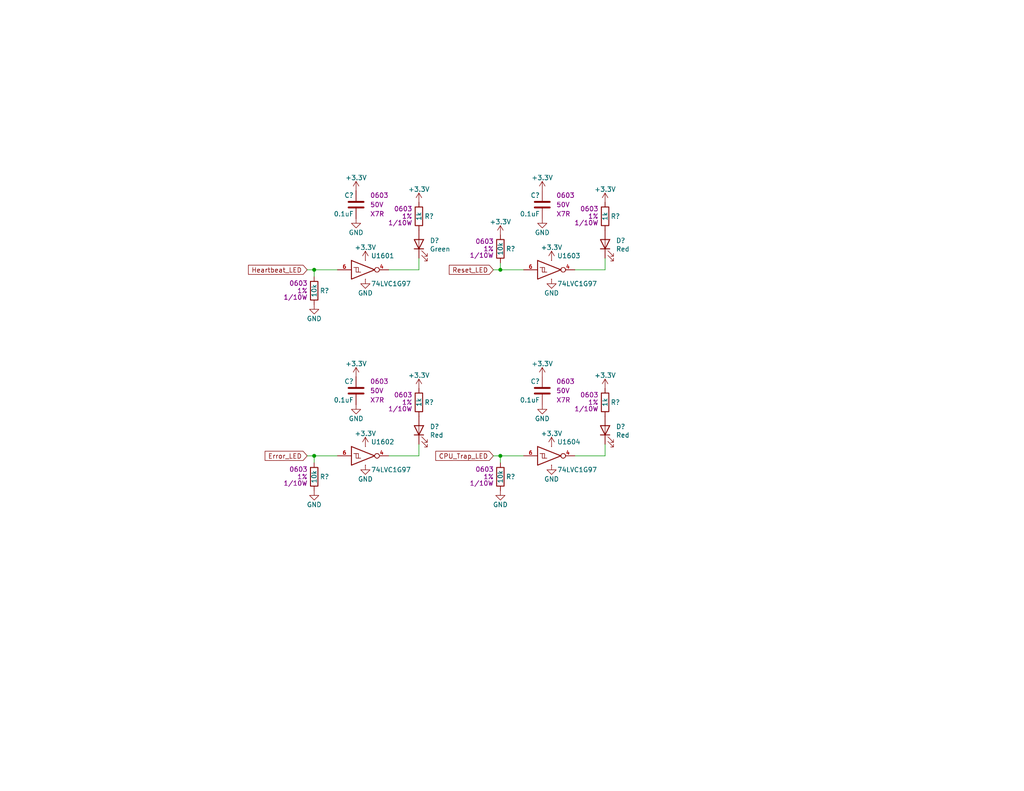
<source format=kicad_sch>
(kicad_sch (version 20230121) (generator eeschema)
  (paper "A")
  (title_block (date "2023-05-12") (rev "PRELIM") (company "Drew Maatman"))
  (lib_symbols
    (symbol "Custom Library:74LVC1G97_Power_NOT" (pin_names (offset 1.016) hide)
      (property "Reference" "U" (at 1.524 3.81 0))
      (property "Value" "74LVC1G97_Power_NOT" (at 1.524 -3.81 0))
      (symbol "74LVC1G97_Power_NOT_1_1"
        (polyline (pts (xy -2.54 0.635) (xy -1.905 0.635) (xy -1.905 -0.635)))
        (polyline (pts (xy -3.81 2.54) (xy -3.81 -2.54) (xy 2.54 0) (xy -3.81 2.54)) (stroke (width 0.254)))
        (polyline (pts (xy -3.175 0.635) (xy -2.54 0.635) (xy -2.54 -0.635) (xy -1.27 -0.635)))
        (pin power_in line (at 0 2.54 90) (length 0) (name "VCC") (number "1"))
        (pin power_in line (at 0 -2.54 270) (length 0) (name "GND") (number "2"))
        (pin power_in line (at 0 -2.54 270) (length 0) (name "GND") (number "3"))
        (pin output inverted (at 6.35 0 180) (length 3.81) (name "~") (number "4"))
        (pin power_in line (at 0 2.54 90) (length 0) (name "VCC") (number "5"))
        (pin input line (at -7.62 0 0) (length 3.81) (name "~") (number "6"))
      )
    )
    (symbol "Custom_Library:C_Custom" (pin_numbers hide) (pin_names (offset 0.254))
      (property "Reference" "C" (at 0.635 2.54 0))
      (property "Value" "Custom_Library_C_Custom" (at 0.635 -2.54 0))
      (property "display_footprint" "Foot" (at -3.81 2.54 0))
      (property "Voltage" "V" (at -3.81 0 0))
      (property "Dielectric" "Er" (at -3.81 -2.54 0))
      (symbol "C_Custom_0_1"
        (polyline (pts (xy -2.032 -0.762) (xy 2.032 -0.762)) (stroke (width 0.508)))
        (polyline (pts (xy -2.032 0.762) (xy 2.032 0.762)) (stroke (width 0.508)))
      )
      (symbol "C_Custom_1_1"
        (pin passive line (at 0 3.81 270) (length 2.794) (name "~") (number "1"))
        (pin passive line (at 0 -3.81 90) (length 2.794) (name "~") (number "2"))
      )
    )
    (symbol "Custom_Library:R_Custom" (pin_numbers hide) (pin_names (offset 1.016) hide)
      (property "Reference" "R" (at -2.54 0 90))
      (property "Value" "Custom_Library_R_Custom" (at 0 0 90))
      (property "display_footprint" "Foot" (at 2.54 0 90))
      (property "Tolerance" "Tol" (at 5.08 0 90))
      (property "Wattage" "W" (at 7.62 0 90))
      (symbol "R_Custom_0_1"
        (rectangle (start 1.016 2.54) (end -1.016 -2.54) (stroke (width 0.254)))
      )
      (symbol "R_Custom_1_1"
        (pin passive line (at 0 3.81 270) (length 1.27) (name "1") (number "1"))
        (pin passive line (at 0 -3.81 90) (length 1.27) (name "2") (number "2"))
      )
    )
    (symbol "Device:LED" (pin_numbers hide) (pin_names (offset 1.016) hide)
      (property "Reference" "D" (at 0 2.54 0))
      (property "Value" "LED" (at 0 -2.54 0))
      (symbol "LED_0_1"
        (polyline (pts (xy -1.27 -1.27) (xy -1.27 1.27)) (stroke (width 0.254)))
        (polyline (pts (xy -1.27 0) (xy 1.27 0)))
        (polyline (pts (xy 1.27 -1.27) (xy 1.27 1.27) (xy -1.27 0) (xy 1.27 -1.27)) (stroke (width 0.254)))
        (polyline (pts (xy -3.048 -0.762) (xy -4.572 -2.286) (xy -3.81 -2.286) (xy -4.572 -2.286) (xy -4.572 -1.524)))
        (polyline (pts (xy -1.778 -0.762) (xy -3.302 -2.286) (xy -2.54 -2.286) (xy -3.302 -2.286) (xy -3.302 -1.524)))
      )
      (symbol "LED_1_1"
        (pin passive line (at -3.81 0 0) (length 2.54) (name "K") (number "1"))
        (pin passive line (at 3.81 0 180) (length 2.54) (name "A") (number "2"))
      )
    )
    (symbol "power:+3.3V" (power) (pin_names (offset 0))
      (property "Value" "+3.3V" (at 0 3.556 0))
      (symbol "+3.3V_0_1"
        (polyline (pts (xy -0.762 1.27) (xy 0 2.54)))
        (polyline (pts (xy 0 0) (xy 0 2.54)))
        (polyline (pts (xy 0 2.54) (xy 0.762 1.27)))
      )
      (symbol "+3.3V_1_1"
        (pin power_in line (at 0 0 90) (length 0) hide (name "+3.3V") (number "1"))
      )
    )
    (symbol "power:GND" (power) (pin_names (offset 0))
      (property "Value" "GND" (at 0 -3.81 0))
      (symbol "GND_0_1"
        (polyline (pts (xy 0 0) (xy 0 -1.27) (xy 1.27 -1.27) (xy 0 -2.54) (xy -1.27 -1.27) (xy 0 -1.27)))
      )
      (symbol "GND_1_1"
        (pin power_in line (at 0 0 270) (length 0) hide (name "GND") (number "1"))
      )
    )
  )
  (junction (at 85.725 124.46))
  (junction (at 85.725 73.66))
  (junction (at 136.525 124.46))
  (junction (at 136.525 73.66))
  (wire (pts (xy 156.845 124.46) (xy 165.1 124.46)))
  (wire (pts (xy 92.075 73.66) (xy 85.725 73.66)))
  (wire (pts (xy 114.3 73.66) (xy 114.3 70.485)))
  (wire (pts (xy 134.62 73.66) (xy 136.525 73.66)))
  (wire (pts (xy 136.525 71.755) (xy 136.525 73.66)))
  (wire (pts (xy 114.3 124.46) (xy 114.3 121.285)))
  (wire (pts (xy 134.62 124.46) (xy 136.525 124.46)))
  (wire (pts (xy 83.82 73.66) (xy 85.725 73.66)))
  (wire (pts (xy 165.1 73.66) (xy 165.1 70.485)))
  (wire (pts (xy 83.82 124.46) (xy 85.725 124.46)))
  (wire (pts (xy 92.075 124.46) (xy 85.725 124.46)))
  (wire (pts (xy 85.725 73.66) (xy 85.725 75.565)))
  (wire (pts (xy 156.845 73.66) (xy 165.1 73.66)))
  (wire (pts (xy 106.045 124.46) (xy 114.3 124.46)))
  (wire (pts (xy 142.875 124.46) (xy 136.525 124.46)))
  (wire (pts (xy 136.525 124.46) (xy 136.525 126.365)))
  (wire (pts (xy 85.725 124.46) (xy 85.725 126.365)))
  (wire (pts (xy 106.045 73.66) (xy 114.3 73.66)))
  (wire (pts (xy 165.1 124.46) (xy 165.1 121.285)))
  (wire (pts (xy 136.525 73.66) (xy 142.875 73.66)))
  (global_label "Reset_LED" (shape input) (at 134.62 73.66 180) (property "Intersheetrefs" "${INTERSHEET_REFS}" (effects hide)))
  (global_label "Heartbeat_LED" (shape input) (at 83.82 73.66 180) (property "Intersheetrefs" "${INTERSHEET_REFS}" (effects hide)))
  (global_label "Error_LED" (shape input) (at 83.82 124.46 180) (property "Intersheetrefs" "${INTERSHEET_REFS}" (effects hide)))
  (global_label "CPU_Trap_LED" (shape input) (at 134.62 124.46 180) (property "Intersheetrefs" "${INTERSHEET_REFS}" (effects hide)))
  (symbol (lib_id "power:+3.3V") (at 97.155 102.87 0) (unit 1)
    (property "Reference" "#PWR?" (effects hide))
    (property "Value" "+3.3V" (at 97.155 99.314 0))
    (instances (project "Analog_Clock" (path "" (reference "#PWR?") (unit 1))) (project "Nixie_Clock_Core" (path "" (reference "#PWR01605") (unit 1))))
  )
  (symbol (lib_id "Custom_Library:R_Custom") (at 165.1 59.055 0) (mirror y) (unit 1)
    (property "Reference" "R?" (at 166.624 59.055 0) (effects (justify right)))
    (property "Value" "1k" (at 165.1 59.055 90))
    (property "Footprint" "Resistors_SMD:R_0603" (effects hide))
    (property "display_footprint" "0603" (at 163.322 57.023 0) (effects (justify left)))
    (property "Tolerance" "1%" (at 163.322 59.055 0) (effects (justify left)))
    (property "Wattage" "1/10W" (at 163.322 60.833 0) (effects (justify left)))
    (instances (project "Analog_Clock" (path "" (reference "R?") (unit 1)) (path "" (reference "R?") (unit 1)) (path "" (reference "R?") (unit 1)) (path "" (reference "R?") (unit 1)) (path "" (reference "R?") (unit 1)) (path "" (reference "R?") (unit 1)) (path "" (reference "R?") (unit 1)) (path "" (reference "R?") (unit 1))) (project "Nixie_Clock_Core" (path "" (reference "R1607") (unit 1))))
  )
  (symbol (lib_id "Custom Library:74LVC1G97_Power_NOT") (at 99.695 73.66 0) (unit 1)
    (property "Reference" "U1601" (at 101.219 69.85 0) (effects (justify left)))
    (property "Value" "74LVC1G97" (at 101.219 77.47 0) (effects (justify left)))
    (property "Footprint" "Package_TO_SOT_SMD:SOT-363_SC-70-6" (effects hide))
    (property "Datasheet" "http://www.ti.com/lit/ds/symlink/sn74lvc1g97.pdf" (effects hide))
  )
  (symbol (lib_id "power:GND") (at 136.525 133.985 0) (unit 1)
    (property "Reference" "#PWR?" (effects hide))
    (property "Value" "GND" (at 136.525 137.795 0))
    (instances (project "Analog_Clock" (path "" (reference "#PWR?") (unit 1))) (project "Nixie_Clock_Core" (path "" (reference "#PWR01614") (unit 1))))
  )
  (symbol (lib_id "Custom_Library:R_Custom") (at 85.725 79.375 0) (mirror y) (unit 1)
    (property "Reference" "R?" (at 87.249 79.375 0) (effects (justify right)))
    (property "Value" "10k" (at 85.725 79.375 90))
    (property "Footprint" "Resistors_SMD:R_0603" (effects hide))
    (property "display_footprint" "0603" (at 83.947 77.343 0) (effects (justify left)))
    (property "Tolerance" "1%" (at 83.947 79.375 0) (effects (justify left)))
    (property "Wattage" "1/10W" (at 83.947 81.153 0) (effects (justify left)))
    (instances (project "Analog_Clock" (path "" (reference "R?") (unit 1)) (path "" (reference "R?") (unit 1)) (path "" (reference "R?") (unit 1)) (path "" (reference "R?") (unit 1)) (path "" (reference "R?") (unit 1)) (path "" (reference "R?") (unit 1)) (path "" (reference "R?") (unit 1)) (path "" (reference "R?") (unit 1))) (project "Nixie_Clock_Core" (path "" (reference "R1601") (unit 1))))
  )
  (symbol (lib_id "power:+3.3V") (at 99.695 71.12 0) (unit 1)
    (property "Reference" "#PWR?" (effects hide))
    (property "Value" "+3.3V" (at 99.695 67.564 0))
    (instances (project "Analog_Clock" (path "" (reference "#PWR?") (unit 1))) (project "Nixie_Clock_Core" (path "" (reference "#PWR01607") (unit 1))))
  )
  (symbol (lib_id "power:+3.3V") (at 150.495 71.12 0) (unit 1)
    (property "Reference" "#PWR?" (effects hide))
    (property "Value" "+3.3V" (at 150.495 67.564 0))
    (instances (project "Analog_Clock" (path "" (reference "#PWR?") (unit 1))) (project "Nixie_Clock_Core" (path "" (reference "#PWR01619") (unit 1))))
  )
  (symbol (lib_id "power:GND") (at 85.725 133.985 0) (unit 1)
    (property "Reference" "#PWR?" (effects hide))
    (property "Value" "GND" (at 85.725 137.795 0))
    (instances (project "Analog_Clock" (path "" (reference "#PWR?") (unit 1))) (project "Nixie_Clock_Core" (path "" (reference "#PWR01602") (unit 1))))
  )
  (symbol (lib_id "Custom Library:74LVC1G97_Power_NOT") (at 150.495 124.46 0) (unit 1)
    (property "Reference" "U1604" (at 152.019 120.65 0) (effects (justify left)))
    (property "Value" "74LVC1G97" (at 152.019 128.27 0) (effects (justify left)))
    (property "Footprint" "Package_TO_SOT_SMD:SOT-363_SC-70-6" (effects hide))
    (property "Datasheet" "http://www.ti.com/lit/ds/symlink/sn74lvc1g97.pdf" (effects hide))
  )
  (symbol (lib_id "power:+3.3V") (at 165.1 106.045 0) (unit 1)
    (property "Reference" "#PWR?" (effects hide))
    (property "Value" "+3.3V" (at 165.1 102.489 0))
    (instances (project "Analog_Clock" (path "" (reference "#PWR?") (unit 1))) (project "Nixie_Clock_Core" (path "" (reference "#PWR01624") (unit 1))))
  )
  (symbol (lib_id "Custom_Library:R_Custom") (at 136.525 130.175 0) (mirror y) (unit 1)
    (property "Reference" "R?" (at 138.049 130.175 0) (effects (justify right)))
    (property "Value" "10k" (at 136.525 130.175 90))
    (property "Footprint" "Resistors_SMD:R_0603" (effects hide))
    (property "display_footprint" "0603" (at 134.747 128.143 0) (effects (justify left)))
    (property "Tolerance" "1%" (at 134.747 130.175 0) (effects (justify left)))
    (property "Wattage" "1/10W" (at 134.747 131.953 0) (effects (justify left)))
    (instances (project "Analog_Clock" (path "" (reference "R?") (unit 1)) (path "" (reference "R?") (unit 1)) (path "" (reference "R?") (unit 1)) (path "" (reference "R?") (unit 1)) (path "" (reference "R?") (unit 1)) (path "" (reference "R?") (unit 1)) (path "" (reference "R?") (unit 1)) (path "" (reference "R?") (unit 1))) (project "Nixie_Clock_Core" (path "" (reference "R1606") (unit 1))))
  )
  (symbol (lib_id "Custom_Library:R_Custom") (at 165.1 109.855 0) (mirror y) (unit 1)
    (property "Reference" "R?" (at 166.624 109.855 0) (effects (justify right)))
    (property "Value" "1k" (at 165.1 109.855 90))
    (property "Footprint" "Resistors_SMD:R_0603" (effects hide))
    (property "display_footprint" "0603" (at 163.322 107.823 0) (effects (justify left)))
    (property "Tolerance" "1%" (at 163.322 109.855 0) (effects (justify left)))
    (property "Wattage" "1/10W" (at 163.322 111.633 0) (effects (justify left)))
    (instances (project "Analog_Clock" (path "" (reference "R?") (unit 1)) (path "" (reference "R?") (unit 1)) (path "" (reference "R?") (unit 1)) (path "" (reference "R?") (unit 1)) (path "" (reference "R?") (unit 1)) (path "" (reference "R?") (unit 1)) (path "" (reference "R?") (unit 1)) (path "" (reference "R?") (unit 1))) (project "Nixie_Clock_Core" (path "" (reference "R1608") (unit 1))))
  )
  (symbol (lib_id "power:GND") (at 147.955 59.69 0) (unit 1)
    (property "Reference" "#PWR?" (effects hide))
    (property "Value" "GND" (at 147.955 63.5 0))
    (instances (project "Analog_Clock" (path "" (reference "#PWR?") (unit 1))) (project "Nixie_Clock_Core" (path "" (reference "#PWR01616") (unit 1))))
  )
  (symbol (lib_id "power:+3.3V") (at 165.1 55.245 0) (unit 1)
    (property "Reference" "#PWR?" (effects hide))
    (property "Value" "+3.3V" (at 165.1 51.689 0))
    (instances (project "Analog_Clock" (path "" (reference "#PWR?") (unit 1))) (project "Nixie_Clock_Core" (path "" (reference "#PWR01623") (unit 1))))
  )
  (symbol (lib_id "Custom_Library:C_Custom") (at 97.155 106.68 0) (mirror y) (unit 1)
    (property "Reference" "C?" (at 96.52 104.14 0) (effects (justify left)))
    (property "Value" "0.1uF" (at 96.52 109.22 0) (effects (justify left)))
    (property "Footprint" "Capacitors_SMD:C_0603" (effects hide))
    (property "display_footprint" "0603" (at 100.965 104.14 0) (effects (justify right)))
    (property "Voltage" "50V" (at 100.965 106.68 0) (effects (justify right)))
    (property "Dielectric" "X7R" (at 100.965 109.22 0) (effects (justify right)))
    (instances (project "Analog_Clock" (path "" (reference "C?") (unit 1)) (path "" (reference "C?") (unit 1)) (path "" (reference "C?") (unit 1)) (path "" (reference "C?") (unit 1)) (path "" (reference "C?") (unit 1)) (path "" (reference "C?") (unit 1))) (project "Nixie_Clock_Core" (path "" (reference "C1602") (unit 1))))
  )
  (symbol (lib_id "power:+3.3V") (at 147.955 52.07 0) (unit 1)
    (property "Reference" "#PWR?" (effects hide))
    (property "Value" "+3.3V" (at 147.955 48.514 0))
    (instances (project "Analog_Clock" (path "" (reference "#PWR?") (unit 1))) (project "Nixie_Clock_Core" (path "" (reference "#PWR01615") (unit 1))))
  )
  (symbol (lib_id "power:GND") (at 150.495 76.2 0) (unit 1)
    (property "Reference" "#PWR?" (effects hide))
    (property "Value" "GND" (at 150.495 80.01 0))
    (instances (project "Analog_Clock" (path "" (reference "#PWR?") (unit 1))) (project "Nixie_Clock_Core" (path "" (reference "#PWR01620") (unit 1))))
  )
  (symbol (lib_id "Custom Library:74LVC1G97_Power_NOT") (at 150.495 73.66 0) (unit 1)
    (property "Reference" "U1603" (at 152.019 69.85 0) (effects (justify left)))
    (property "Value" "74LVC1G97" (at 152.019 77.47 0) (effects (justify left)))
    (property "Footprint" "Package_TO_SOT_SMD:SOT-363_SC-70-6" (effects hide))
    (property "Datasheet" "http://www.ti.com/lit/ds/symlink/sn74lvc1g97.pdf" (effects hide))
  )
  (symbol (lib_id "power:+3.3V") (at 114.3 55.245 0) (unit 1)
    (property "Reference" "#PWR?" (effects hide))
    (property "Value" "+3.3V" (at 114.3 51.689 0))
    (instances (project "Analog_Clock" (path "" (reference "#PWR?") (unit 1))) (project "Nixie_Clock_Core" (path "" (reference "#PWR01611") (unit 1))))
  )
  (symbol (lib_id "Device:LED") (at 165.1 117.475 90) (unit 1)
    (property "Reference" "D?" (at 168.0718 116.4844 90) (effects (justify right)))
    (property "Value" "Red" (at 168.0718 118.7958 90) (effects (justify right)))
    (property "Footprint" "LEDs:LED_0603" (effects hide))
    (property "Digi-Key PN" "754-1117-1-ND" (effects hide))
    (instances (project "Analog_Clock" (path "" (reference "D?") (unit 1)) (path "" (reference "D?") (unit 1)) (path "" (reference "D?") (unit 1)) (path "" (reference "D?") (unit 1)) (path "" (reference "D?") (unit 1)) (path "" (reference "D?") (unit 1))) (project "Nixie_Clock_Core" (path "" (reference "D1604") (unit 1))))
  )
  (symbol (lib_id "Custom_Library:C_Custom") (at 147.955 106.68 0) (mirror y) (unit 1)
    (property "Reference" "C?" (at 147.32 104.14 0) (effects (justify left)))
    (property "Value" "0.1uF" (at 147.32 109.22 0) (effects (justify left)))
    (property "Footprint" "Capacitors_SMD:C_0603" (effects hide))
    (property "display_footprint" "0603" (at 151.765 104.14 0) (effects (justify right)))
    (property "Voltage" "50V" (at 151.765 106.68 0) (effects (justify right)))
    (property "Dielectric" "X7R" (at 151.765 109.22 0) (effects (justify right)))
    (instances (project "Analog_Clock" (path "" (reference "C?") (unit 1)) (path "" (reference "C?") (unit 1)) (path "" (reference "C?") (unit 1)) (path "" (reference "C?") (unit 1)) (path "" (reference "C?") (unit 1)) (path "" (reference "C?") (unit 1))) (project "Nixie_Clock_Core" (path "" (reference "C1604") (unit 1))))
  )
  (symbol (lib_id "Device:LED") (at 114.3 117.475 90) (unit 1)
    (property "Reference" "D?" (at 117.2718 116.4844 90) (effects (justify right)))
    (property "Value" "Red" (at 117.2718 118.7958 90) (effects (justify right)))
    (property "Footprint" "LEDs:LED_0603" (effects hide))
    (property "Digi-Key PN" "754-1117-1-ND" (effects hide))
    (instances (project "Analog_Clock" (path "" (reference "D?") (unit 1)) (path "" (reference "D?") (unit 1)) (path "" (reference "D?") (unit 1)) (path "" (reference "D?") (unit 1)) (path "" (reference "D?") (unit 1)) (path "" (reference "D?") (unit 1))) (project "Nixie_Clock_Core" (path "" (reference "D1602") (unit 1))))
  )
  (symbol (lib_id "power:GND") (at 97.155 110.49 0) (unit 1)
    (property "Reference" "#PWR?" (effects hide))
    (property "Value" "GND" (at 97.155 114.3 0))
    (instances (project "Analog_Clock" (path "" (reference "#PWR?") (unit 1))) (project "Nixie_Clock_Core" (path "" (reference "#PWR01606") (unit 1))))
  )
  (symbol (lib_id "power:GND") (at 99.695 76.2 0) (unit 1)
    (property "Reference" "#PWR?" (effects hide))
    (property "Value" "GND" (at 99.695 80.01 0))
    (instances (project "Analog_Clock" (path "" (reference "#PWR?") (unit 1))) (project "Nixie_Clock_Core" (path "" (reference "#PWR01608") (unit 1))))
  )
  (symbol (lib_id "Custom_Library:C_Custom") (at 97.155 55.88 0) (mirror y) (unit 1)
    (property "Reference" "C?" (at 96.52 53.34 0) (effects (justify left)))
    (property "Value" "0.1uF" (at 96.52 58.42 0) (effects (justify left)))
    (property "Footprint" "Capacitors_SMD:C_0603" (effects hide))
    (property "display_footprint" "0603" (at 100.965 53.34 0) (effects (justify right)))
    (property "Voltage" "50V" (at 100.965 55.88 0) (effects (justify right)))
    (property "Dielectric" "X7R" (at 100.965 58.42 0) (effects (justify right)))
    (instances (project "Analog_Clock" (path "" (reference "C?") (unit 1)) (path "" (reference "C?") (unit 1)) (path "" (reference "C?") (unit 1)) (path "" (reference "C?") (unit 1)) (path "" (reference "C?") (unit 1)) (path "" (reference "C?") (unit 1))) (project "Nixie_Clock_Core" (path "" (reference "C1601") (unit 1))))
  )
  (symbol (lib_id "Device:LED") (at 114.3 66.675 90) (unit 1)
    (property "Reference" "D?" (at 117.2718 65.6844 90) (effects (justify right)))
    (property "Value" "Green" (at 117.2718 67.9958 90) (effects (justify right)))
    (property "Footprint" "LEDs:LED_0603" (effects hide))
    (property "Digi-Key PN" "754-1121-1-ND" (effects hide))
    (instances (project "Analog_Clock" (path "" (reference "D?") (unit 1)) (path "" (reference "D?") (unit 1)) (path "" (reference "D?") (unit 1)) (path "" (reference "D?") (unit 1)) (path "" (reference "D?") (unit 1)) (path "" (reference "D?") (unit 1))) (project "Nixie_Clock_Core" (path "" (reference "D1601") (unit 1))))
  )
  (symbol (lib_id "power:+3.3V") (at 147.955 102.87 0) (unit 1)
    (property "Reference" "#PWR?" (effects hide))
    (property "Value" "+3.3V" (at 147.955 99.314 0))
    (instances (project "Analog_Clock" (path "" (reference "#PWR?") (unit 1))) (project "Nixie_Clock_Core" (path "" (reference "#PWR01617") (unit 1))))
  )
  (symbol (lib_id "Custom_Library:R_Custom") (at 114.3 59.055 0) (mirror y) (unit 1)
    (property "Reference" "R?" (at 115.824 59.055 0) (effects (justify right)))
    (property "Value" "1k" (at 114.3 59.055 90))
    (property "Footprint" "Resistors_SMD:R_0603" (effects hide))
    (property "display_footprint" "0603" (at 112.522 57.023 0) (effects (justify left)))
    (property "Tolerance" "1%" (at 112.522 59.055 0) (effects (justify left)))
    (property "Wattage" "1/10W" (at 112.522 60.833 0) (effects (justify left)))
    (instances (project "Analog_Clock" (path "" (reference "R?") (unit 1)) (path "" (reference "R?") (unit 1)) (path "" (reference "R?") (unit 1)) (path "" (reference "R?") (unit 1)) (path "" (reference "R?") (unit 1)) (path "" (reference "R?") (unit 1)) (path "" (reference "R?") (unit 1)) (path "" (reference "R?") (unit 1))) (project "Nixie_Clock_Core" (path "" (reference "R1603") (unit 1))))
  )
  (symbol (lib_id "power:+3.3V") (at 97.155 52.07 0) (unit 1)
    (property "Reference" "#PWR?" (effects hide))
    (property "Value" "+3.3V" (at 97.155 48.514 0))
    (instances (project "Analog_Clock" (path "" (reference "#PWR?") (unit 1))) (project "Nixie_Clock_Core" (path "" (reference "#PWR01603") (unit 1))))
  )
  (symbol (lib_id "power:GND") (at 150.495 127 0) (unit 1)
    (property "Reference" "#PWR?" (effects hide))
    (property "Value" "GND" (at 150.495 130.81 0))
    (instances (project "Analog_Clock" (path "" (reference "#PWR?") (unit 1))) (project "Nixie_Clock_Core" (path "" (reference "#PWR01622") (unit 1))))
  )
  (symbol (lib_id "Custom_Library:R_Custom") (at 136.525 67.945 0) (mirror y) (unit 1)
    (property "Reference" "R?" (at 138.049 67.945 0) (effects (justify right)))
    (property "Value" "10k" (at 136.525 67.945 90))
    (property "Footprint" "Resistors_SMD:R_0603" (effects hide))
    (property "display_footprint" "0603" (at 134.747 65.913 0) (effects (justify left)))
    (property "Tolerance" "1%" (at 134.747 67.945 0) (effects (justify left)))
    (property "Wattage" "1/10W" (at 134.747 69.723 0) (effects (justify left)))
    (instances (project "Analog_Clock" (path "" (reference "R?") (unit 1)) (path "" (reference "R?") (unit 1)) (path "" (reference "R?") (unit 1)) (path "" (reference "R?") (unit 1)) (path "" (reference "R?") (unit 1)) (path "" (reference "R?") (unit 1)) (path "" (reference "R?") (unit 1)) (path "" (reference "R?") (unit 1))) (project "Nixie_Clock_Core" (path "" (reference "R1605") (unit 1))))
  )
  (symbol (lib_id "Custom_Library:C_Custom") (at 147.955 55.88 0) (mirror y) (unit 1)
    (property "Reference" "C?" (at 147.32 53.34 0) (effects (justify left)))
    (property "Value" "0.1uF" (at 147.32 58.42 0) (effects (justify left)))
    (property "Footprint" "Capacitors_SMD:C_0603" (effects hide))
    (property "display_footprint" "0603" (at 151.765 53.34 0) (effects (justify right)))
    (property "Voltage" "50V" (at 151.765 55.88 0) (effects (justify right)))
    (property "Dielectric" "X7R" (at 151.765 58.42 0) (effects (justify right)))
    (instances (project "Analog_Clock" (path "" (reference "C?") (unit 1)) (path "" (reference "C?") (unit 1)) (path "" (reference "C?") (unit 1)) (path "" (reference "C?") (unit 1)) (path "" (reference "C?") (unit 1)) (path "" (reference "C?") (unit 1))) (project "Nixie_Clock_Core" (path "" (reference "C1603") (unit 1))))
  )
  (symbol (lib_id "power:+3.3V") (at 99.695 121.92 0) (unit 1)
    (property "Reference" "#PWR?" (effects hide))
    (property "Value" "+3.3V" (at 99.695 118.364 0))
    (instances (project "Analog_Clock" (path "" (reference "#PWR?") (unit 1))) (project "Nixie_Clock_Core" (path "" (reference "#PWR01609") (unit 1))))
  )
  (symbol (lib_id "power:GND") (at 85.725 83.185 0) (unit 1)
    (property "Reference" "#PWR?" (effects hide))
    (property "Value" "GND" (at 85.725 86.995 0))
    (instances (project "Analog_Clock" (path "" (reference "#PWR?") (unit 1))) (project "Nixie_Clock_Core" (path "" (reference "#PWR01601") (unit 1))))
  )
  (symbol (lib_id "Custom_Library:R_Custom") (at 85.725 130.175 0) (mirror y) (unit 1)
    (property "Reference" "R?" (at 87.249 130.175 0) (effects (justify right)))
    (property "Value" "10k" (at 85.725 130.175 90))
    (property "Footprint" "Resistors_SMD:R_0603" (effects hide))
    (property "display_footprint" "0603" (at 83.947 128.143 0) (effects (justify left)))
    (property "Tolerance" "1%" (at 83.947 130.175 0) (effects (justify left)))
    (property "Wattage" "1/10W" (at 83.947 131.953 0) (effects (justify left)))
    (instances (project "Analog_Clock" (path "" (reference "R?") (unit 1)) (path "" (reference "R?") (unit 1)) (path "" (reference "R?") (unit 1)) (path "" (reference "R?") (unit 1)) (path "" (reference "R?") (unit 1)) (path "" (reference "R?") (unit 1)) (path "" (reference "R?") (unit 1)) (path "" (reference "R?") (unit 1))) (project "Nixie_Clock_Core" (path "" (reference "R1602") (unit 1))))
  )
  (symbol (lib_id "power:+3.3V") (at 114.3 106.045 0) (unit 1)
    (property "Reference" "#PWR?" (effects hide))
    (property "Value" "+3.3V" (at 114.3 102.489 0))
    (instances (project "Analog_Clock" (path "" (reference "#PWR?") (unit 1))) (project "Nixie_Clock_Core" (path "" (reference "#PWR01612") (unit 1))))
  )
  (symbol (lib_id "Custom_Library:R_Custom") (at 114.3 109.855 0) (mirror y) (unit 1)
    (property "Reference" "R?" (at 115.824 109.855 0) (effects (justify right)))
    (property "Value" "1k" (at 114.3 109.855 90))
    (property "Footprint" "Resistors_SMD:R_0603" (effects hide))
    (property "display_footprint" "0603" (at 112.522 107.823 0) (effects (justify left)))
    (property "Tolerance" "1%" (at 112.522 109.855 0) (effects (justify left)))
    (property "Wattage" "1/10W" (at 112.522 111.633 0) (effects (justify left)))
    (instances (project "Analog_Clock" (path "" (reference "R?") (unit 1)) (path "" (reference "R?") (unit 1)) (path "" (reference "R?") (unit 1)) (path "" (reference "R?") (unit 1)) (path "" (reference "R?") (unit 1)) (path "" (reference "R?") (unit 1)) (path "" (reference "R?") (unit 1)) (path "" (reference "R?") (unit 1))) (project "Nixie_Clock_Core" (path "" (reference "R1604") (unit 1))))
  )
  (symbol (lib_id "Custom Library:74LVC1G97_Power_NOT") (at 99.695 124.46 0) (unit 1)
    (property "Reference" "U1602" (at 101.219 120.65 0) (effects (justify left)))
    (property "Value" "74LVC1G97" (at 101.219 128.27 0) (effects (justify left)))
    (property "Footprint" "Package_TO_SOT_SMD:SOT-363_SC-70-6" (effects hide))
    (property "Datasheet" "http://www.ti.com/lit/ds/symlink/sn74lvc1g97.pdf" (effects hide))
  )
  (symbol (lib_id "power:GND") (at 97.155 59.69 0) (unit 1)
    (property "Reference" "#PWR?" (effects hide))
    (property "Value" "GND" (at 97.155 63.5 0))
    (instances (project "Analog_Clock" (path "" (reference "#PWR?") (unit 1))) (project "Nixie_Clock_Core" (path "" (reference "#PWR01604") (unit 1))))
  )
  (symbol (lib_id "power:GND") (at 147.955 110.49 0) (unit 1)
    (property "Reference" "#PWR?" (effects hide))
    (property "Value" "GND" (at 147.955 114.3 0))
    (instances (project "Analog_Clock" (path "" (reference "#PWR?") (unit 1))) (project "Nixie_Clock_Core" (path "" (reference "#PWR01618") (unit 1))))
  )
  (symbol (lib_id "power:+3.3V") (at 150.495 121.92 0) (unit 1)
    (property "Reference" "#PWR?" (effects hide))
    (property "Value" "+3.3V" (at 150.495 118.364 0))
    (instances (project "Analog_Clock" (path "" (reference "#PWR?") (unit 1))) (project "Nixie_Clock_Core" (path "" (reference "#PWR01621") (unit 1))))
  )
  (symbol (lib_id "Device:LED") (at 165.1 66.675 90) (unit 1)
    (property "Reference" "D?" (at 168.0718 65.6844 90) (effects (justify right)))
    (property "Value" "Red" (at 168.0718 67.9958 90) (effects (justify right)))
    (property "Footprint" "LEDs:LED_0603" (effects hide))
    (property "Digi-Key PN" "754-1117-1-ND" (effects hide))
    (instances (project "Analog_Clock" (path "" (reference "D?") (unit 1)) (path "" (reference "D?") (unit 1)) (path "" (reference "D?") (unit 1)) (path "" (reference "D?") (unit 1)) (path "" (reference "D?") (unit 1)) (path "" (reference "D?") (unit 1))) (project "Nixie_Clock_Core" (path "" (reference "D1603") (unit 1))))
  )
  (symbol (lib_id "power:+3.3V") (at 136.525 64.135 0) (unit 1)
    (property "Reference" "#PWR?" (effects hide))
    (property "Value" "+3.3V" (at 136.525 60.579 0))
    (instances (project "Analog_Clock" (path "" (reference "#PWR?") (unit 1))) (project "Nixie_Clock_Core" (path "" (reference "#PWR01613") (unit 1))))
  )
  (symbol (lib_id "power:GND") (at 99.695 127 0) (unit 1)
    (property "Reference" "#PWR?" (effects hide))
    (property "Value" "GND" (at 99.695 130.81 0))
    (instances (project "Analog_Clock" (path "" (reference "#PWR?") (unit 1))) (project "Nixie_Clock_Core" (path "" (reference "#PWR01610") (unit 1))))
  )
)
</source>
